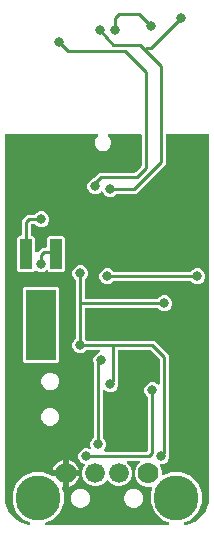
<source format=gbr>
G04 EAGLE Gerber RS-274X export*
G75*
%MOMM*%
%FSLAX34Y34*%
%LPD*%
%INBottom Copper*%
%IPPOS*%
%AMOC8*
5,1,8,0,0,1.08239X$1,22.5*%
G01*
%ADD10C,3.810000*%
%ADD11C,1.778000*%
%ADD12C,1.676400*%
%ADD13R,2.500000X6.000000*%
%ADD14R,1.000000X2.500000*%
%ADD15C,0.806400*%
%ADD16C,0.254000*%
%ADD17C,0.800100*%

G36*
X140339Y2549D02*
X140339Y2549D01*
X140409Y2548D01*
X140496Y2569D01*
X140585Y2581D01*
X140650Y2606D01*
X140718Y2623D01*
X140798Y2665D01*
X140881Y2698D01*
X140937Y2739D01*
X140999Y2771D01*
X141066Y2832D01*
X141138Y2884D01*
X141183Y2938D01*
X141235Y2985D01*
X141284Y3060D01*
X141341Y3129D01*
X141371Y3193D01*
X141409Y3251D01*
X141438Y3336D01*
X141477Y3417D01*
X141490Y3486D01*
X141512Y3552D01*
X141520Y3641D01*
X141536Y3729D01*
X141532Y3799D01*
X141538Y3869D01*
X141522Y3957D01*
X141517Y4047D01*
X141495Y4113D01*
X141483Y4182D01*
X141446Y4264D01*
X141419Y4349D01*
X141381Y4408D01*
X141353Y4472D01*
X141297Y4542D01*
X141249Y4618D01*
X141198Y4666D01*
X141154Y4720D01*
X141082Y4775D01*
X141017Y4836D01*
X140956Y4870D01*
X140900Y4912D01*
X140756Y4983D01*
X135170Y7296D01*
X129096Y13370D01*
X125809Y21305D01*
X125809Y29895D01*
X127184Y33214D01*
X127197Y33262D01*
X127219Y33307D01*
X127239Y33415D01*
X127268Y33521D01*
X127269Y33571D01*
X127278Y33620D01*
X127272Y33729D01*
X127273Y33839D01*
X127262Y33887D01*
X127259Y33937D01*
X127225Y34041D01*
X127199Y34148D01*
X127176Y34192D01*
X127161Y34239D01*
X127102Y34332D01*
X127050Y34429D01*
X127017Y34466D01*
X126990Y34508D01*
X126910Y34583D01*
X126836Y34665D01*
X126795Y34692D01*
X126759Y34726D01*
X126663Y34779D01*
X126571Y34839D01*
X126524Y34856D01*
X126480Y34880D01*
X126374Y34907D01*
X126270Y34943D01*
X126220Y34947D01*
X126172Y34959D01*
X126012Y34969D01*
X121626Y34969D01*
X117425Y36709D01*
X114209Y39925D01*
X112469Y44126D01*
X112469Y48674D01*
X114209Y52875D01*
X116317Y54983D01*
X116402Y55092D01*
X116491Y55199D01*
X116500Y55218D01*
X116512Y55234D01*
X116567Y55361D01*
X116626Y55487D01*
X116630Y55507D01*
X116638Y55526D01*
X116660Y55664D01*
X116686Y55800D01*
X116685Y55820D01*
X116688Y55840D01*
X116675Y55979D01*
X116666Y56117D01*
X116660Y56136D01*
X116658Y56156D01*
X116611Y56288D01*
X116568Y56419D01*
X116558Y56437D01*
X116551Y56456D01*
X116473Y56571D01*
X116398Y56688D01*
X116384Y56702D01*
X116372Y56719D01*
X116268Y56811D01*
X116167Y56906D01*
X116149Y56916D01*
X116134Y56929D01*
X116010Y56993D01*
X115888Y57060D01*
X115869Y57065D01*
X115851Y57074D01*
X115715Y57104D01*
X115580Y57139D01*
X115552Y57141D01*
X115540Y57144D01*
X115520Y57143D01*
X115420Y57149D01*
X106662Y57149D01*
X106525Y57132D01*
X106386Y57119D01*
X106367Y57112D01*
X106346Y57109D01*
X106218Y57058D01*
X106086Y57011D01*
X106070Y57000D01*
X106051Y56992D01*
X105938Y56911D01*
X105823Y56833D01*
X105810Y56817D01*
X105793Y56806D01*
X105705Y56698D01*
X105613Y56594D01*
X105604Y56576D01*
X105591Y56561D01*
X105531Y56435D01*
X105468Y56311D01*
X105464Y56291D01*
X105455Y56273D01*
X105429Y56137D01*
X105399Y56001D01*
X105399Y55980D01*
X105395Y55961D01*
X105404Y55822D01*
X105408Y55683D01*
X105414Y55663D01*
X105415Y55643D01*
X105458Y55511D01*
X105497Y55377D01*
X105507Y55360D01*
X105513Y55341D01*
X105588Y55223D01*
X105658Y55103D01*
X105677Y55082D01*
X105683Y55072D01*
X105698Y55058D01*
X105765Y54983D01*
X108160Y52587D01*
X109823Y48573D01*
X109823Y44227D01*
X108160Y40213D01*
X105087Y37140D01*
X101073Y35477D01*
X96727Y35477D01*
X92713Y37140D01*
X89798Y40055D01*
X89703Y40129D01*
X89614Y40207D01*
X89578Y40226D01*
X89546Y40250D01*
X89437Y40298D01*
X89331Y40352D01*
X89292Y40361D01*
X89254Y40377D01*
X89137Y40395D01*
X89021Y40421D01*
X88980Y40420D01*
X88940Y40427D01*
X88822Y40415D01*
X88703Y40412D01*
X88664Y40401D01*
X88624Y40397D01*
X88511Y40356D01*
X88397Y40323D01*
X88363Y40303D01*
X88324Y40289D01*
X88226Y40222D01*
X88123Y40162D01*
X88078Y40122D01*
X88061Y40111D01*
X88048Y40095D01*
X88003Y40055D01*
X85087Y37140D01*
X81073Y35477D01*
X76727Y35477D01*
X72713Y37140D01*
X69640Y40213D01*
X67977Y44227D01*
X67977Y48573D01*
X69645Y52599D01*
X69651Y52607D01*
X69688Y52640D01*
X69748Y52732D01*
X69815Y52819D01*
X69835Y52864D01*
X69862Y52906D01*
X69898Y53010D01*
X69942Y53110D01*
X69949Y53160D01*
X69965Y53207D01*
X69974Y53316D01*
X69991Y53425D01*
X69987Y53474D01*
X69991Y53524D01*
X69972Y53632D01*
X69962Y53741D01*
X69945Y53788D01*
X69936Y53837D01*
X69891Y53937D01*
X69854Y54040D01*
X69826Y54082D01*
X69806Y54127D01*
X69737Y54213D01*
X69675Y54304D01*
X69638Y54336D01*
X69607Y54375D01*
X69519Y54441D01*
X69437Y54514D01*
X69393Y54537D01*
X69353Y54567D01*
X69209Y54637D01*
X67397Y55388D01*
X65548Y57237D01*
X64547Y59653D01*
X64547Y62267D01*
X65548Y64683D01*
X67397Y66532D01*
X69813Y67533D01*
X72427Y67533D01*
X73488Y67093D01*
X73622Y67057D01*
X73755Y67016D01*
X73776Y67015D01*
X73795Y67009D01*
X73935Y67007D01*
X74073Y67001D01*
X74093Y67005D01*
X74113Y67004D01*
X74249Y67037D01*
X74384Y67065D01*
X74403Y67074D01*
X74422Y67078D01*
X74545Y67143D01*
X74670Y67205D01*
X74686Y67218D01*
X74703Y67227D01*
X74806Y67321D01*
X74912Y67411D01*
X74924Y67427D01*
X74939Y67441D01*
X75015Y67557D01*
X75095Y67671D01*
X75102Y67690D01*
X75114Y67707D01*
X75159Y67838D01*
X75208Y67968D01*
X75210Y67988D01*
X75217Y68008D01*
X75228Y68146D01*
X75243Y68284D01*
X75240Y68304D01*
X75242Y68325D01*
X75218Y68462D01*
X75199Y68599D01*
X75190Y68626D01*
X75188Y68638D01*
X75179Y68657D01*
X75147Y68752D01*
X74707Y69813D01*
X74707Y72427D01*
X75708Y74843D01*
X77098Y76233D01*
X77158Y76311D01*
X77226Y76383D01*
X77255Y76436D01*
X77292Y76484D01*
X77332Y76575D01*
X77380Y76662D01*
X77395Y76720D01*
X77419Y76776D01*
X77434Y76874D01*
X77459Y76970D01*
X77465Y77070D01*
X77469Y77090D01*
X77467Y77102D01*
X77469Y77130D01*
X77469Y140144D01*
X77468Y140153D01*
X77469Y140163D01*
X77448Y140311D01*
X77429Y140460D01*
X77426Y140468D01*
X77425Y140478D01*
X77373Y140630D01*
X77247Y140933D01*
X77247Y143547D01*
X78248Y145963D01*
X80097Y147812D01*
X82210Y148687D01*
X82271Y148722D01*
X82336Y148748D01*
X82408Y148800D01*
X82486Y148845D01*
X82536Y148893D01*
X82593Y148934D01*
X82650Y149004D01*
X82715Y149066D01*
X82751Y149126D01*
X82796Y149179D01*
X82834Y149261D01*
X82881Y149337D01*
X82901Y149404D01*
X82931Y149467D01*
X82948Y149555D01*
X82975Y149641D01*
X82978Y149711D01*
X82991Y149780D01*
X82985Y149869D01*
X82990Y149959D01*
X82976Y150027D01*
X82971Y150097D01*
X82944Y150182D01*
X82925Y150270D01*
X82895Y150333D01*
X82873Y150399D01*
X82825Y150475D01*
X82786Y150556D01*
X82740Y150609D01*
X82703Y150668D01*
X82638Y150730D01*
X82579Y150798D01*
X82522Y150838D01*
X82471Y150886D01*
X82393Y150929D01*
X82319Y150981D01*
X82254Y151006D01*
X82193Y151040D01*
X82106Y151062D01*
X82022Y151094D01*
X81952Y151102D01*
X81885Y151119D01*
X81724Y151129D01*
X72050Y151129D01*
X71952Y151117D01*
X71853Y151114D01*
X71795Y151097D01*
X71735Y151089D01*
X71643Y151053D01*
X71548Y151025D01*
X71495Y150995D01*
X71439Y150972D01*
X71359Y150914D01*
X71274Y150864D01*
X71198Y150798D01*
X71182Y150786D01*
X71174Y150776D01*
X71153Y150758D01*
X69763Y149368D01*
X67347Y148367D01*
X64733Y148367D01*
X62317Y149368D01*
X60468Y151217D01*
X59467Y153633D01*
X59467Y156247D01*
X60468Y158663D01*
X61858Y160053D01*
X61918Y160131D01*
X61986Y160203D01*
X62015Y160256D01*
X62052Y160304D01*
X62092Y160395D01*
X62140Y160482D01*
X62155Y160540D01*
X62179Y160596D01*
X62194Y160694D01*
X62219Y160790D01*
X62225Y160890D01*
X62229Y160910D01*
X62227Y160922D01*
X62229Y160950D01*
X62229Y209890D01*
X62217Y209988D01*
X62214Y210087D01*
X62197Y210145D01*
X62189Y210205D01*
X62153Y210297D01*
X62125Y210392D01*
X62095Y210445D01*
X62072Y210501D01*
X62014Y210581D01*
X61964Y210666D01*
X61898Y210742D01*
X61886Y210758D01*
X61876Y210766D01*
X61858Y210787D01*
X60468Y212177D01*
X59467Y214593D01*
X59467Y217207D01*
X60468Y219623D01*
X62317Y221472D01*
X64733Y222473D01*
X67347Y222473D01*
X69763Y221472D01*
X71612Y219623D01*
X72613Y217207D01*
X72613Y214593D01*
X71612Y212177D01*
X70222Y210787D01*
X70162Y210709D01*
X70094Y210637D01*
X70065Y210584D01*
X70028Y210536D01*
X69988Y210445D01*
X69940Y210358D01*
X69925Y210300D01*
X69901Y210244D01*
X69886Y210146D01*
X69861Y210050D01*
X69855Y209950D01*
X69851Y209930D01*
X69853Y209918D01*
X69851Y209890D01*
X69851Y195580D01*
X69866Y195462D01*
X69873Y195343D01*
X69886Y195305D01*
X69891Y195264D01*
X69934Y195154D01*
X69971Y195041D01*
X69993Y195006D01*
X70008Y194969D01*
X70077Y194873D01*
X70141Y194772D01*
X70171Y194744D01*
X70194Y194711D01*
X70286Y194635D01*
X70373Y194554D01*
X70408Y194534D01*
X70439Y194509D01*
X70547Y194458D01*
X70651Y194400D01*
X70691Y194390D01*
X70727Y194373D01*
X70844Y194351D01*
X70959Y194321D01*
X71019Y194317D01*
X71039Y194313D01*
X71060Y194315D01*
X71120Y194311D01*
X131150Y194311D01*
X131248Y194323D01*
X131347Y194326D01*
X131405Y194343D01*
X131465Y194351D01*
X131557Y194387D01*
X131653Y194415D01*
X131705Y194445D01*
X131761Y194468D01*
X131841Y194526D01*
X131926Y194576D01*
X132002Y194642D01*
X132018Y194654D01*
X132026Y194664D01*
X132047Y194682D01*
X133437Y196072D01*
X135853Y197073D01*
X138467Y197073D01*
X140883Y196072D01*
X142732Y194223D01*
X143733Y191807D01*
X143733Y189193D01*
X142732Y186777D01*
X140883Y184928D01*
X138467Y183927D01*
X135853Y183927D01*
X133437Y184928D01*
X132047Y186318D01*
X131969Y186378D01*
X131897Y186446D01*
X131844Y186475D01*
X131796Y186512D01*
X131705Y186552D01*
X131618Y186600D01*
X131560Y186615D01*
X131504Y186639D01*
X131406Y186654D01*
X131310Y186679D01*
X131210Y186685D01*
X131190Y186689D01*
X131178Y186687D01*
X131150Y186689D01*
X71120Y186689D01*
X71002Y186674D01*
X70883Y186667D01*
X70845Y186654D01*
X70804Y186649D01*
X70694Y186606D01*
X70581Y186569D01*
X70546Y186547D01*
X70509Y186532D01*
X70413Y186463D01*
X70312Y186399D01*
X70284Y186369D01*
X70251Y186346D01*
X70175Y186254D01*
X70094Y186167D01*
X70074Y186132D01*
X70049Y186101D01*
X69998Y185993D01*
X69940Y185889D01*
X69930Y185849D01*
X69913Y185813D01*
X69891Y185696D01*
X69861Y185581D01*
X69857Y185521D01*
X69853Y185501D01*
X69855Y185480D01*
X69851Y185420D01*
X69851Y160950D01*
X69863Y160852D01*
X69866Y160753D01*
X69883Y160695D01*
X69891Y160635D01*
X69927Y160543D01*
X69955Y160447D01*
X69985Y160395D01*
X70008Y160339D01*
X70066Y160259D01*
X70116Y160174D01*
X70182Y160098D01*
X70194Y160082D01*
X70204Y160074D01*
X70223Y160053D01*
X71153Y159122D01*
X71231Y159062D01*
X71303Y158994D01*
X71356Y158965D01*
X71404Y158928D01*
X71495Y158888D01*
X71582Y158840D01*
X71640Y158825D01*
X71696Y158801D01*
X71794Y158786D01*
X71890Y158761D01*
X71990Y158755D01*
X72010Y158751D01*
X72022Y158753D01*
X72050Y158751D01*
X128578Y158751D01*
X140971Y146358D01*
X140971Y63056D01*
X140972Y63047D01*
X140971Y63037D01*
X140992Y62889D01*
X141011Y62740D01*
X141014Y62732D01*
X141015Y62722D01*
X141067Y62570D01*
X141193Y62267D01*
X141193Y59653D01*
X140192Y57237D01*
X138343Y55388D01*
X135927Y54387D01*
X134864Y54387D01*
X134814Y54381D01*
X134765Y54383D01*
X134657Y54361D01*
X134548Y54347D01*
X134502Y54329D01*
X134453Y54319D01*
X134355Y54271D01*
X134252Y54230D01*
X134212Y54201D01*
X134168Y54179D01*
X134084Y54108D01*
X133995Y54044D01*
X133963Y54005D01*
X133926Y53973D01*
X133862Y53883D01*
X133792Y53799D01*
X133771Y53754D01*
X133742Y53713D01*
X133704Y53610D01*
X133657Y53511D01*
X133647Y53462D01*
X133630Y53416D01*
X133618Y53306D01*
X133597Y53199D01*
X133600Y53149D01*
X133595Y53100D01*
X133610Y52991D01*
X133617Y52881D01*
X133632Y52834D01*
X133639Y52785D01*
X133691Y52632D01*
X135331Y48674D01*
X135331Y45870D01*
X135337Y45821D01*
X135335Y45771D01*
X135357Y45664D01*
X135371Y45554D01*
X135389Y45508D01*
X135399Y45460D01*
X135447Y45361D01*
X135488Y45259D01*
X135517Y45219D01*
X135539Y45174D01*
X135610Y45090D01*
X135674Y45001D01*
X135713Y44970D01*
X135745Y44932D01*
X135835Y44869D01*
X135919Y44799D01*
X135964Y44777D01*
X136005Y44749D01*
X136108Y44710D01*
X136207Y44663D01*
X136256Y44654D01*
X136302Y44636D01*
X136412Y44624D01*
X136519Y44603D01*
X136569Y44606D01*
X136618Y44601D01*
X136727Y44616D01*
X136837Y44623D01*
X136884Y44638D01*
X136933Y44645D01*
X137086Y44697D01*
X143105Y47191D01*
X151695Y47191D01*
X159630Y43904D01*
X165704Y37830D01*
X168991Y29895D01*
X168991Y21305D01*
X165704Y13370D01*
X159630Y7296D01*
X154544Y5190D01*
X154441Y5130D01*
X154333Y5078D01*
X154303Y5052D01*
X154268Y5032D01*
X154182Y4949D01*
X154091Y4871D01*
X154068Y4839D01*
X154040Y4811D01*
X153977Y4709D01*
X153908Y4611D01*
X153894Y4574D01*
X153873Y4540D01*
X153838Y4426D01*
X153796Y4314D01*
X153791Y4274D01*
X153780Y4236D01*
X153774Y4117D01*
X153761Y3998D01*
X153766Y3958D01*
X153765Y3918D01*
X153789Y3801D01*
X153805Y3683D01*
X153821Y3646D01*
X153829Y3607D01*
X153881Y3499D01*
X153927Y3389D01*
X153951Y3357D01*
X153969Y3321D01*
X154046Y3230D01*
X154118Y3135D01*
X154149Y3109D01*
X154175Y3079D01*
X154273Y3010D01*
X154366Y2935D01*
X154402Y2919D01*
X154435Y2896D01*
X154547Y2853D01*
X154655Y2804D01*
X154695Y2797D01*
X154732Y2783D01*
X154851Y2770D01*
X154969Y2749D01*
X155028Y2750D01*
X155048Y2748D01*
X155069Y2751D01*
X155129Y2752D01*
X155877Y2810D01*
X155945Y2824D01*
X156014Y2829D01*
X156170Y2869D01*
X162594Y4956D01*
X162701Y5006D01*
X162812Y5050D01*
X162863Y5083D01*
X162882Y5091D01*
X162897Y5104D01*
X162948Y5136D01*
X168412Y9107D01*
X168499Y9188D01*
X168546Y9227D01*
X168552Y9231D01*
X168553Y9232D01*
X168591Y9264D01*
X168629Y9310D01*
X168644Y9324D01*
X168655Y9342D01*
X168693Y9388D01*
X172664Y14852D01*
X172721Y14956D01*
X172785Y15056D01*
X172807Y15113D01*
X172817Y15131D01*
X172822Y15151D01*
X172844Y15206D01*
X174931Y21630D01*
X174944Y21698D01*
X174967Y21764D01*
X174990Y21923D01*
X175255Y25300D01*
X175255Y25304D01*
X175256Y25307D01*
X175255Y25326D01*
X175259Y25400D01*
X175259Y332740D01*
X175244Y332858D01*
X175237Y332977D01*
X175224Y333015D01*
X175219Y333056D01*
X175176Y333166D01*
X175139Y333279D01*
X175117Y333314D01*
X175102Y333351D01*
X175033Y333447D01*
X174969Y333548D01*
X174939Y333576D01*
X174916Y333609D01*
X174824Y333685D01*
X174737Y333766D01*
X174702Y333786D01*
X174671Y333811D01*
X174563Y333862D01*
X174459Y333920D01*
X174419Y333930D01*
X174383Y333947D01*
X174266Y333969D01*
X174151Y333999D01*
X174091Y334003D01*
X174071Y334007D01*
X174050Y334005D01*
X173990Y334009D01*
X139700Y334009D01*
X139582Y333994D01*
X139463Y333987D01*
X139425Y333974D01*
X139384Y333969D01*
X139274Y333926D01*
X139161Y333889D01*
X139126Y333867D01*
X139089Y333852D01*
X138993Y333783D01*
X138892Y333719D01*
X138864Y333689D01*
X138831Y333666D01*
X138755Y333574D01*
X138674Y333487D01*
X138654Y333452D01*
X138629Y333421D01*
X138578Y333313D01*
X138520Y333209D01*
X138510Y333169D01*
X138493Y333133D01*
X138471Y333016D01*
X138441Y332901D01*
X138437Y332841D01*
X138433Y332821D01*
X138435Y332800D01*
X138431Y332740D01*
X138431Y308302D01*
X113338Y283209D01*
X97450Y283209D01*
X97352Y283197D01*
X97253Y283194D01*
X97195Y283177D01*
X97135Y283169D01*
X97043Y283133D01*
X96948Y283105D01*
X96895Y283075D01*
X96839Y283052D01*
X96759Y282994D01*
X96674Y282944D01*
X96598Y282878D01*
X96582Y282866D01*
X96574Y282856D01*
X96553Y282838D01*
X95163Y281448D01*
X92747Y280447D01*
X90133Y280447D01*
X87717Y281448D01*
X85868Y283297D01*
X85395Y284438D01*
X85371Y284481D01*
X85354Y284528D01*
X85292Y284619D01*
X85238Y284714D01*
X85203Y284750D01*
X85175Y284791D01*
X85093Y284864D01*
X85016Y284943D01*
X84974Y284969D01*
X84937Y285002D01*
X84839Y285052D01*
X84745Y285109D01*
X84698Y285124D01*
X84654Y285146D01*
X84546Y285170D01*
X84441Y285203D01*
X84392Y285205D01*
X84343Y285216D01*
X84233Y285213D01*
X84124Y285218D01*
X84075Y285208D01*
X84025Y285206D01*
X83920Y285176D01*
X83812Y285153D01*
X83768Y285132D01*
X83720Y285118D01*
X83625Y285062D01*
X83527Y285014D01*
X83489Y284982D01*
X83446Y284956D01*
X83325Y284850D01*
X82463Y283988D01*
X80047Y282987D01*
X77433Y282987D01*
X75017Y283988D01*
X73168Y285837D01*
X72167Y288253D01*
X72167Y290867D01*
X73168Y293283D01*
X75017Y295132D01*
X77116Y296001D01*
X77124Y296006D01*
X77133Y296009D01*
X77261Y296084D01*
X77392Y296159D01*
X77399Y296165D01*
X77407Y296170D01*
X77527Y296277D01*
X79638Y298387D01*
X82242Y300991D01*
X112196Y300991D01*
X112294Y301003D01*
X112393Y301006D01*
X112451Y301023D01*
X112511Y301031D01*
X112603Y301067D01*
X112699Y301095D01*
X112751Y301125D01*
X112807Y301148D01*
X112887Y301206D01*
X112972Y301256D01*
X113048Y301322D01*
X113064Y301334D01*
X113072Y301344D01*
X113093Y301362D01*
X117738Y306007D01*
X117798Y306085D01*
X117866Y306157D01*
X117895Y306210D01*
X117932Y306258D01*
X117972Y306349D01*
X118020Y306436D01*
X118035Y306494D01*
X118059Y306550D01*
X118074Y306648D01*
X118099Y306744D01*
X118105Y306844D01*
X118109Y306864D01*
X118107Y306876D01*
X118109Y306904D01*
X118109Y332740D01*
X118094Y332858D01*
X118087Y332977D01*
X118074Y333015D01*
X118069Y333056D01*
X118026Y333166D01*
X117989Y333279D01*
X117967Y333314D01*
X117952Y333351D01*
X117883Y333447D01*
X117819Y333548D01*
X117789Y333576D01*
X117766Y333609D01*
X117674Y333685D01*
X117587Y333766D01*
X117552Y333786D01*
X117521Y333811D01*
X117413Y333862D01*
X117309Y333920D01*
X117269Y333930D01*
X117233Y333947D01*
X117116Y333969D01*
X117001Y333999D01*
X116941Y334003D01*
X116921Y334007D01*
X116900Y334005D01*
X116840Y334009D01*
X90952Y334009D01*
X90814Y333992D01*
X90676Y333979D01*
X90657Y333972D01*
X90637Y333969D01*
X90507Y333918D01*
X90376Y333871D01*
X90360Y333860D01*
X90341Y333852D01*
X90228Y333771D01*
X90113Y333693D01*
X90100Y333677D01*
X90084Y333666D01*
X89995Y333558D01*
X89903Y333454D01*
X89894Y333436D01*
X89881Y333421D01*
X89821Y333295D01*
X89758Y333171D01*
X89754Y333151D01*
X89745Y333133D01*
X89719Y332996D01*
X89689Y332861D01*
X89689Y332840D01*
X89685Y332820D01*
X89694Y332682D01*
X89698Y332543D01*
X89704Y332523D01*
X89705Y332503D01*
X89748Y332371D01*
X89787Y332237D01*
X89797Y332220D01*
X89803Y332201D01*
X89878Y332083D01*
X89948Y331963D01*
X89967Y331942D01*
X89973Y331932D01*
X89988Y331918D01*
X90055Y331842D01*
X91469Y330428D01*
X92541Y327841D01*
X92541Y325039D01*
X91469Y322452D01*
X89488Y320471D01*
X86901Y319399D01*
X84099Y319399D01*
X81512Y320471D01*
X79531Y322452D01*
X78459Y325039D01*
X78459Y327841D01*
X79531Y330428D01*
X80945Y331842D01*
X81031Y331952D01*
X81119Y332059D01*
X81128Y332078D01*
X81140Y332094D01*
X81196Y332222D01*
X81255Y332347D01*
X81259Y332367D01*
X81267Y332386D01*
X81289Y332524D01*
X81315Y332659D01*
X81313Y332680D01*
X81317Y332700D01*
X81303Y332839D01*
X81295Y332977D01*
X81289Y332996D01*
X81287Y333016D01*
X81240Y333148D01*
X81197Y333279D01*
X81186Y333297D01*
X81179Y333316D01*
X81101Y333431D01*
X81027Y333548D01*
X81012Y333562D01*
X81001Y333579D01*
X80896Y333671D01*
X80795Y333766D01*
X80777Y333776D01*
X80762Y333789D01*
X80638Y333853D01*
X80517Y333920D01*
X80497Y333925D01*
X80479Y333934D01*
X80343Y333964D01*
X80209Y333999D01*
X80181Y334001D01*
X80169Y334003D01*
X80148Y334003D01*
X80048Y334009D01*
X3810Y334009D01*
X3692Y333994D01*
X3573Y333987D01*
X3535Y333974D01*
X3494Y333969D01*
X3384Y333926D01*
X3271Y333889D01*
X3236Y333867D01*
X3199Y333852D01*
X3103Y333782D01*
X3002Y333719D01*
X2974Y333689D01*
X2941Y333666D01*
X2865Y333574D01*
X2784Y333487D01*
X2764Y333452D01*
X2739Y333421D01*
X2688Y333313D01*
X2630Y333209D01*
X2620Y333169D01*
X2603Y333133D01*
X2581Y333016D01*
X2551Y332901D01*
X2547Y332840D01*
X2543Y332820D01*
X2545Y332800D01*
X2541Y332740D01*
X2541Y25400D01*
X2543Y25378D01*
X2545Y25300D01*
X2810Y21923D01*
X2824Y21855D01*
X2829Y21786D01*
X2869Y21630D01*
X4956Y15206D01*
X5006Y15099D01*
X5050Y14988D01*
X5083Y14937D01*
X5091Y14918D01*
X5104Y14903D01*
X5136Y14852D01*
X9107Y9388D01*
X9127Y9366D01*
X9138Y9348D01*
X9184Y9305D01*
X9188Y9301D01*
X9264Y9209D01*
X9310Y9171D01*
X9324Y9156D01*
X9342Y9145D01*
X9388Y9107D01*
X14852Y5136D01*
X14956Y5079D01*
X15056Y5015D01*
X15113Y4993D01*
X15131Y4983D01*
X15151Y4978D01*
X15206Y4956D01*
X21630Y2869D01*
X21698Y2856D01*
X21764Y2833D01*
X21923Y2810D01*
X22671Y2752D01*
X22790Y2757D01*
X22909Y2755D01*
X22948Y2765D01*
X22988Y2767D01*
X23102Y2802D01*
X23218Y2830D01*
X23254Y2848D01*
X23292Y2860D01*
X23394Y2922D01*
X23499Y2978D01*
X23529Y3005D01*
X23563Y3026D01*
X23646Y3112D01*
X23735Y3192D01*
X23757Y3226D01*
X23785Y3254D01*
X23844Y3358D01*
X23910Y3458D01*
X23923Y3496D01*
X23942Y3531D01*
X23974Y3646D01*
X24013Y3759D01*
X24016Y3799D01*
X24027Y3837D01*
X24029Y3956D01*
X24038Y4076D01*
X24031Y4115D01*
X24032Y4155D01*
X24004Y4271D01*
X23984Y4389D01*
X23967Y4426D01*
X23958Y4465D01*
X23902Y4570D01*
X23853Y4679D01*
X23828Y4710D01*
X23809Y4746D01*
X23729Y4834D01*
X23654Y4927D01*
X23622Y4952D01*
X23595Y4981D01*
X23496Y5047D01*
X23400Y5119D01*
X23347Y5145D01*
X23330Y5156D01*
X23311Y5163D01*
X23256Y5190D01*
X18170Y7296D01*
X12096Y13370D01*
X8809Y21305D01*
X8809Y29895D01*
X12096Y37830D01*
X18170Y43904D01*
X26105Y47191D01*
X34695Y47191D01*
X42404Y43997D01*
X42413Y43995D01*
X42421Y43990D01*
X42567Y43953D01*
X42711Y43913D01*
X42720Y43913D01*
X42729Y43911D01*
X42890Y43901D01*
X51401Y43901D01*
X51401Y35110D01*
X51300Y35090D01*
X51291Y35085D01*
X51281Y35083D01*
X51148Y35016D01*
X51014Y34950D01*
X51006Y34943D01*
X50997Y34939D01*
X50885Y34840D01*
X50772Y34744D01*
X50766Y34735D01*
X50759Y34728D01*
X50675Y34606D01*
X50589Y34484D01*
X50585Y34474D01*
X50580Y34465D01*
X50529Y34326D01*
X50476Y34186D01*
X50475Y34176D01*
X50472Y34166D01*
X50458Y34018D01*
X50441Y33870D01*
X50443Y33860D01*
X50442Y33850D01*
X50465Y33703D01*
X50486Y33555D01*
X50490Y33542D01*
X50491Y33536D01*
X50497Y33522D01*
X50538Y33403D01*
X51991Y29895D01*
X51991Y21305D01*
X48704Y13370D01*
X42630Y7296D01*
X37044Y4983D01*
X36984Y4948D01*
X36919Y4922D01*
X36846Y4870D01*
X36768Y4825D01*
X36718Y4777D01*
X36662Y4736D01*
X36604Y4666D01*
X36540Y4604D01*
X36503Y4544D01*
X36459Y4491D01*
X36421Y4409D01*
X36374Y4333D01*
X36353Y4266D01*
X36323Y4203D01*
X36306Y4115D01*
X36280Y4029D01*
X36277Y3959D01*
X36264Y3890D01*
X36269Y3801D01*
X36265Y3711D01*
X36279Y3643D01*
X36283Y3573D01*
X36311Y3488D01*
X36329Y3400D01*
X36360Y3337D01*
X36381Y3271D01*
X36429Y3195D01*
X36469Y3114D01*
X36514Y3061D01*
X36551Y3002D01*
X36617Y2940D01*
X36675Y2872D01*
X36732Y2832D01*
X36783Y2784D01*
X36862Y2741D01*
X36935Y2689D01*
X37001Y2664D01*
X37062Y2630D01*
X37148Y2608D01*
X37233Y2576D01*
X37302Y2568D01*
X37370Y2551D01*
X37530Y2541D01*
X140270Y2541D01*
X140339Y2549D01*
G37*
G36*
X122038Y64786D02*
X122038Y64786D01*
X122157Y64793D01*
X122195Y64806D01*
X122236Y64811D01*
X122346Y64854D01*
X122459Y64891D01*
X122494Y64913D01*
X122531Y64928D01*
X122627Y64997D01*
X122728Y65061D01*
X122756Y65091D01*
X122789Y65114D01*
X122865Y65206D01*
X122946Y65293D01*
X122966Y65328D01*
X122991Y65359D01*
X123042Y65467D01*
X123100Y65571D01*
X123110Y65611D01*
X123127Y65647D01*
X123149Y65764D01*
X123179Y65879D01*
X123183Y65939D01*
X123187Y65959D01*
X123185Y65980D01*
X123189Y66040D01*
X123189Y110830D01*
X123177Y110928D01*
X123174Y111027D01*
X123157Y111085D01*
X123149Y111145D01*
X123113Y111237D01*
X123085Y111332D01*
X123055Y111385D01*
X123032Y111441D01*
X122974Y111521D01*
X122924Y111606D01*
X122858Y111682D01*
X122846Y111698D01*
X122836Y111706D01*
X122818Y111727D01*
X121428Y113117D01*
X120427Y115533D01*
X120427Y118147D01*
X121428Y120563D01*
X123277Y122412D01*
X125693Y123413D01*
X128307Y123413D01*
X130723Y122412D01*
X131182Y121953D01*
X131292Y121868D01*
X131399Y121779D01*
X131418Y121770D01*
X131434Y121758D01*
X131562Y121702D01*
X131687Y121643D01*
X131707Y121640D01*
X131726Y121631D01*
X131864Y121609D01*
X132000Y121584D01*
X132020Y121585D01*
X132040Y121582D01*
X132179Y121595D01*
X132317Y121603D01*
X132336Y121609D01*
X132356Y121611D01*
X132487Y121658D01*
X132619Y121701D01*
X132637Y121712D01*
X132656Y121719D01*
X132770Y121797D01*
X132888Y121871D01*
X132902Y121886D01*
X132919Y121898D01*
X133011Y122002D01*
X133106Y122103D01*
X133116Y122121D01*
X133129Y122136D01*
X133192Y122260D01*
X133260Y122382D01*
X133265Y122401D01*
X133274Y122419D01*
X133304Y122555D01*
X133339Y122690D01*
X133341Y122718D01*
X133344Y122730D01*
X133343Y122750D01*
X133349Y122850D01*
X133349Y142676D01*
X133337Y142774D01*
X133334Y142873D01*
X133317Y142931D01*
X133309Y142991D01*
X133273Y143083D01*
X133245Y143179D01*
X133215Y143231D01*
X133192Y143287D01*
X133134Y143367D01*
X133084Y143452D01*
X133018Y143528D01*
X133006Y143544D01*
X132996Y143552D01*
X132978Y143573D01*
X125793Y150758D01*
X125715Y150818D01*
X125643Y150886D01*
X125590Y150915D01*
X125542Y150952D01*
X125451Y150992D01*
X125364Y151040D01*
X125306Y151055D01*
X125250Y151079D01*
X125152Y151094D01*
X125056Y151119D01*
X124956Y151125D01*
X124936Y151129D01*
X124924Y151127D01*
X124896Y151129D01*
X99060Y151129D01*
X98942Y151114D01*
X98823Y151107D01*
X98785Y151094D01*
X98744Y151089D01*
X98634Y151046D01*
X98521Y151009D01*
X98486Y150987D01*
X98449Y150972D01*
X98353Y150903D01*
X98252Y150839D01*
X98224Y150809D01*
X98191Y150786D01*
X98115Y150694D01*
X98034Y150607D01*
X98014Y150572D01*
X97989Y150541D01*
X97938Y150433D01*
X97880Y150329D01*
X97870Y150289D01*
X97853Y150253D01*
X97831Y150136D01*
X97801Y150021D01*
X97797Y149961D01*
X97793Y149941D01*
X97795Y149920D01*
X97791Y149860D01*
X97791Y124016D01*
X97792Y124007D01*
X97791Y123997D01*
X97812Y123849D01*
X97831Y123700D01*
X97834Y123692D01*
X97835Y123682D01*
X97887Y123530D01*
X98013Y123227D01*
X98013Y120613D01*
X97012Y118197D01*
X95163Y116348D01*
X92747Y115347D01*
X90133Y115347D01*
X87717Y116348D01*
X87258Y116807D01*
X87148Y116892D01*
X87041Y116981D01*
X87022Y116990D01*
X87006Y117002D01*
X86878Y117058D01*
X86753Y117117D01*
X86733Y117120D01*
X86714Y117129D01*
X86576Y117151D01*
X86440Y117176D01*
X86420Y117175D01*
X86400Y117178D01*
X86261Y117165D01*
X86123Y117157D01*
X86104Y117151D01*
X86084Y117149D01*
X85953Y117102D01*
X85821Y117059D01*
X85803Y117048D01*
X85784Y117041D01*
X85670Y116963D01*
X85552Y116889D01*
X85538Y116874D01*
X85521Y116862D01*
X85429Y116758D01*
X85334Y116657D01*
X85324Y116639D01*
X85311Y116624D01*
X85248Y116500D01*
X85180Y116378D01*
X85175Y116359D01*
X85166Y116341D01*
X85136Y116205D01*
X85101Y116070D01*
X85099Y116042D01*
X85096Y116030D01*
X85097Y116010D01*
X85091Y115910D01*
X85091Y77130D01*
X85103Y77032D01*
X85106Y76933D01*
X85123Y76875D01*
X85131Y76815D01*
X85167Y76723D01*
X85195Y76628D01*
X85225Y76575D01*
X85248Y76519D01*
X85306Y76439D01*
X85356Y76354D01*
X85422Y76278D01*
X85434Y76262D01*
X85444Y76254D01*
X85462Y76233D01*
X86852Y74843D01*
X87853Y72427D01*
X87853Y69813D01*
X86852Y67397D01*
X86393Y66938D01*
X86308Y66828D01*
X86219Y66721D01*
X86210Y66702D01*
X86198Y66686D01*
X86142Y66558D01*
X86083Y66433D01*
X86080Y66413D01*
X86071Y66394D01*
X86049Y66256D01*
X86024Y66120D01*
X86025Y66100D01*
X86022Y66080D01*
X86035Y65941D01*
X86043Y65803D01*
X86049Y65784D01*
X86051Y65764D01*
X86098Y65633D01*
X86141Y65501D01*
X86152Y65483D01*
X86159Y65464D01*
X86237Y65350D01*
X86311Y65232D01*
X86326Y65218D01*
X86338Y65201D01*
X86442Y65109D01*
X86543Y65014D01*
X86561Y65004D01*
X86576Y64991D01*
X86700Y64928D01*
X86822Y64860D01*
X86841Y64855D01*
X86859Y64846D01*
X86995Y64816D01*
X87130Y64781D01*
X87158Y64779D01*
X87170Y64776D01*
X87190Y64777D01*
X87290Y64771D01*
X121920Y64771D01*
X122038Y64786D01*
G37*
%LPC*%
G36*
X19468Y139529D02*
X19468Y139529D01*
X17979Y141018D01*
X17979Y203122D01*
X19468Y204611D01*
X46572Y204611D01*
X48061Y203122D01*
X48061Y141018D01*
X46572Y139529D01*
X19468Y139529D01*
G37*
%LPD*%
%LPC*%
G36*
X31713Y216947D02*
X31713Y216947D01*
X29297Y217948D01*
X29191Y218053D01*
X29097Y218126D01*
X29008Y218205D01*
X28972Y218223D01*
X28940Y218248D01*
X28831Y218296D01*
X28725Y218350D01*
X28685Y218359D01*
X28648Y218375D01*
X28531Y218393D01*
X28415Y218419D01*
X28374Y218418D01*
X28334Y218424D01*
X28216Y218413D01*
X28097Y218410D01*
X28058Y218398D01*
X28018Y218395D01*
X27906Y218354D01*
X27791Y218321D01*
X27756Y218301D01*
X27718Y218287D01*
X27620Y218220D01*
X27517Y218160D01*
X27472Y218120D01*
X27455Y218108D01*
X27442Y218093D01*
X27396Y218053D01*
X26372Y217029D01*
X14268Y217029D01*
X12779Y218518D01*
X12779Y245622D01*
X14268Y247111D01*
X15240Y247111D01*
X15358Y247126D01*
X15477Y247133D01*
X15515Y247146D01*
X15556Y247151D01*
X15666Y247194D01*
X15779Y247231D01*
X15814Y247253D01*
X15851Y247268D01*
X15947Y247337D01*
X16048Y247401D01*
X16076Y247431D01*
X16109Y247454D01*
X16185Y247546D01*
X16266Y247633D01*
X16286Y247668D01*
X16311Y247699D01*
X16362Y247807D01*
X16420Y247911D01*
X16430Y247951D01*
X16447Y247987D01*
X16469Y248104D01*
X16499Y248219D01*
X16503Y248279D01*
X16507Y248299D01*
X16505Y248320D01*
X16509Y248380D01*
X16509Y260658D01*
X21282Y265431D01*
X27010Y265431D01*
X27108Y265443D01*
X27207Y265446D01*
X27265Y265463D01*
X27325Y265471D01*
X27417Y265507D01*
X27512Y265535D01*
X27565Y265565D01*
X27621Y265588D01*
X27701Y265646D01*
X27786Y265696D01*
X27862Y265762D01*
X27878Y265774D01*
X27886Y265784D01*
X27907Y265802D01*
X29297Y267192D01*
X31713Y268193D01*
X34327Y268193D01*
X36743Y267192D01*
X38592Y265343D01*
X39593Y262927D01*
X39593Y260313D01*
X38592Y257897D01*
X36743Y256048D01*
X34327Y255047D01*
X31713Y255047D01*
X29297Y256048D01*
X27907Y257438D01*
X27829Y257498D01*
X27757Y257566D01*
X27704Y257595D01*
X27656Y257632D01*
X27565Y257672D01*
X27478Y257720D01*
X27420Y257735D01*
X27364Y257759D01*
X27266Y257774D01*
X27170Y257799D01*
X27070Y257805D01*
X27050Y257809D01*
X27038Y257807D01*
X27010Y257809D01*
X25400Y257809D01*
X25282Y257794D01*
X25163Y257787D01*
X25125Y257774D01*
X25084Y257769D01*
X24974Y257726D01*
X24861Y257689D01*
X24826Y257667D01*
X24789Y257652D01*
X24693Y257583D01*
X24592Y257519D01*
X24564Y257489D01*
X24531Y257466D01*
X24455Y257374D01*
X24374Y257287D01*
X24354Y257252D01*
X24329Y257221D01*
X24278Y257113D01*
X24220Y257009D01*
X24210Y256969D01*
X24193Y256933D01*
X24171Y256816D01*
X24141Y256701D01*
X24137Y256641D01*
X24133Y256621D01*
X24135Y256600D01*
X24131Y256540D01*
X24131Y248380D01*
X24146Y248262D01*
X24153Y248143D01*
X24166Y248105D01*
X24171Y248064D01*
X24214Y247954D01*
X24251Y247841D01*
X24273Y247806D01*
X24288Y247769D01*
X24357Y247673D01*
X24421Y247572D01*
X24451Y247544D01*
X24474Y247511D01*
X24566Y247435D01*
X24653Y247354D01*
X24688Y247334D01*
X24719Y247309D01*
X24827Y247258D01*
X24931Y247200D01*
X24971Y247190D01*
X25007Y247173D01*
X25124Y247151D01*
X25239Y247121D01*
X25299Y247117D01*
X25319Y247113D01*
X25340Y247115D01*
X25400Y247111D01*
X26372Y247111D01*
X27861Y245622D01*
X27861Y234434D01*
X27878Y234296D01*
X27891Y234158D01*
X27898Y234139D01*
X27901Y234119D01*
X27952Y233990D01*
X27999Y233858D01*
X28010Y233842D01*
X28018Y233823D01*
X28099Y233711D01*
X28177Y233595D01*
X28193Y233582D01*
X28204Y233566D01*
X28312Y233477D01*
X28416Y233385D01*
X28434Y233376D01*
X28449Y233363D01*
X28575Y233304D01*
X28699Y233240D01*
X28719Y233236D01*
X28737Y233227D01*
X28874Y233201D01*
X29009Y233171D01*
X29030Y233171D01*
X29049Y233167D01*
X29188Y233176D01*
X29327Y233180D01*
X29347Y233186D01*
X29367Y233187D01*
X29499Y233230D01*
X29633Y233269D01*
X29650Y233279D01*
X29669Y233285D01*
X29787Y233360D01*
X29907Y233430D01*
X29928Y233449D01*
X29938Y233455D01*
X29952Y233470D01*
X30027Y233537D01*
X31378Y234887D01*
X33982Y237491D01*
X36910Y237491D01*
X37028Y237506D01*
X37147Y237513D01*
X37185Y237526D01*
X37226Y237531D01*
X37336Y237574D01*
X37449Y237611D01*
X37484Y237633D01*
X37521Y237648D01*
X37617Y237717D01*
X37718Y237781D01*
X37746Y237811D01*
X37779Y237834D01*
X37855Y237926D01*
X37936Y238013D01*
X37956Y238048D01*
X37981Y238079D01*
X38032Y238187D01*
X38090Y238291D01*
X38100Y238331D01*
X38117Y238367D01*
X38139Y238484D01*
X38169Y238599D01*
X38173Y238659D01*
X38177Y238679D01*
X38175Y238700D01*
X38179Y238760D01*
X38179Y245622D01*
X39668Y247111D01*
X51772Y247111D01*
X53261Y245622D01*
X53261Y218518D01*
X51772Y217029D01*
X39668Y217029D01*
X38644Y218053D01*
X38550Y218126D01*
X38460Y218205D01*
X38424Y218224D01*
X38392Y218248D01*
X38283Y218295D01*
X38177Y218350D01*
X38138Y218359D01*
X38100Y218375D01*
X37983Y218393D01*
X37867Y218419D01*
X37826Y218418D01*
X37786Y218424D01*
X37667Y218413D01*
X37549Y218410D01*
X37510Y218398D01*
X37470Y218395D01*
X37357Y218354D01*
X37243Y218321D01*
X37209Y218301D01*
X37170Y218287D01*
X37072Y218220D01*
X36969Y218160D01*
X36924Y218120D01*
X36907Y218108D01*
X36894Y218093D01*
X36849Y218053D01*
X36743Y217948D01*
X34327Y216947D01*
X31713Y216947D01*
G37*
%LPD*%
%LPC*%
G36*
X87593Y206787D02*
X87593Y206787D01*
X85177Y207788D01*
X83328Y209637D01*
X82327Y212053D01*
X82327Y214667D01*
X83328Y217083D01*
X85177Y218932D01*
X87593Y219933D01*
X90207Y219933D01*
X92623Y218932D01*
X94013Y217542D01*
X94091Y217482D01*
X94163Y217414D01*
X94216Y217385D01*
X94264Y217348D01*
X94355Y217308D01*
X94442Y217260D01*
X94500Y217245D01*
X94556Y217221D01*
X94654Y217206D01*
X94750Y217181D01*
X94850Y217175D01*
X94870Y217171D01*
X94882Y217173D01*
X94910Y217171D01*
X159090Y217171D01*
X159188Y217183D01*
X159287Y217186D01*
X159345Y217203D01*
X159405Y217211D01*
X159497Y217247D01*
X159592Y217275D01*
X159645Y217305D01*
X159701Y217328D01*
X159781Y217386D01*
X159866Y217436D01*
X159942Y217502D01*
X159958Y217514D01*
X159966Y217524D01*
X159987Y217542D01*
X161377Y218932D01*
X163793Y219933D01*
X166407Y219933D01*
X168823Y218932D01*
X170672Y217083D01*
X171673Y214667D01*
X171673Y212053D01*
X170672Y209637D01*
X168823Y207788D01*
X166407Y206787D01*
X163793Y206787D01*
X161377Y207788D01*
X159987Y209178D01*
X159909Y209238D01*
X159837Y209306D01*
X159784Y209335D01*
X159736Y209372D01*
X159645Y209412D01*
X159558Y209460D01*
X159500Y209475D01*
X159444Y209499D01*
X159346Y209514D01*
X159250Y209539D01*
X159150Y209545D01*
X159130Y209549D01*
X159118Y209547D01*
X159090Y209549D01*
X94910Y209549D01*
X94812Y209537D01*
X94713Y209534D01*
X94655Y209517D01*
X94595Y209509D01*
X94503Y209473D01*
X94408Y209445D01*
X94355Y209415D01*
X94299Y209392D01*
X94219Y209334D01*
X94134Y209284D01*
X94058Y209218D01*
X94042Y209206D01*
X94034Y209196D01*
X94013Y209178D01*
X92623Y207788D01*
X90207Y206787D01*
X87593Y206787D01*
G37*
%LPD*%
%LPC*%
G36*
X109801Y17139D02*
X109801Y17139D01*
X106845Y18363D01*
X104583Y20625D01*
X103359Y23581D01*
X103359Y26779D01*
X104583Y29735D01*
X106845Y31997D01*
X109801Y33221D01*
X112999Y33221D01*
X115955Y31997D01*
X118217Y29735D01*
X119441Y26779D01*
X119441Y23581D01*
X118217Y20625D01*
X115955Y18363D01*
X112999Y17139D01*
X109801Y17139D01*
G37*
%LPD*%
%LPC*%
G36*
X64801Y17139D02*
X64801Y17139D01*
X61845Y18363D01*
X59583Y20625D01*
X58359Y23581D01*
X58359Y26779D01*
X59583Y29735D01*
X61845Y31997D01*
X64801Y33221D01*
X67999Y33221D01*
X70955Y31997D01*
X73217Y29735D01*
X74441Y26779D01*
X74441Y23581D01*
X73217Y20625D01*
X70955Y18363D01*
X67999Y17139D01*
X64801Y17139D01*
G37*
%LPD*%
%LPC*%
G36*
X39140Y116679D02*
X39140Y116679D01*
X36369Y117827D01*
X34247Y119949D01*
X33099Y122720D01*
X33099Y125720D01*
X34247Y128491D01*
X36369Y130613D01*
X39140Y131761D01*
X42140Y131761D01*
X44911Y130613D01*
X47033Y128491D01*
X48181Y125720D01*
X48181Y122720D01*
X47033Y119949D01*
X44911Y117827D01*
X42140Y116679D01*
X39140Y116679D01*
G37*
%LPD*%
%LPC*%
G36*
X39140Y86679D02*
X39140Y86679D01*
X36369Y87827D01*
X34247Y89949D01*
X33099Y92720D01*
X33099Y95720D01*
X34247Y98491D01*
X36369Y100613D01*
X39140Y101761D01*
X42140Y101761D01*
X44911Y100613D01*
X47033Y98491D01*
X48181Y95720D01*
X48181Y92720D01*
X47033Y89949D01*
X44911Y87827D01*
X42140Y86679D01*
X39140Y86679D01*
G37*
%LPD*%
%LPC*%
G36*
X56399Y48899D02*
X56399Y48899D01*
X56399Y57577D01*
X56577Y57549D01*
X58288Y56993D01*
X59891Y56177D01*
X61347Y55119D01*
X62619Y53847D01*
X63677Y52391D01*
X64493Y50788D01*
X65049Y49077D01*
X65077Y48899D01*
X56399Y48899D01*
G37*
%LPD*%
%LPC*%
G36*
X42723Y48899D02*
X42723Y48899D01*
X42751Y49077D01*
X43307Y50788D01*
X44123Y52391D01*
X45181Y53847D01*
X46453Y55119D01*
X47909Y56177D01*
X49512Y56993D01*
X51223Y57549D01*
X51401Y57577D01*
X51401Y48899D01*
X42723Y48899D01*
G37*
%LPD*%
%LPC*%
G36*
X56399Y43901D02*
X56399Y43901D01*
X65077Y43901D01*
X65049Y43723D01*
X64493Y42012D01*
X63677Y40409D01*
X62619Y38953D01*
X61347Y37681D01*
X59891Y36623D01*
X58288Y35807D01*
X56577Y35251D01*
X56399Y35223D01*
X56399Y43901D01*
G37*
%LPD*%
D10*
X147400Y25600D03*
X30400Y25600D03*
D11*
X123900Y46400D03*
D12*
X98900Y46400D03*
X78900Y46400D03*
D11*
X53900Y46400D03*
D13*
X33020Y172070D03*
D14*
X45720Y232070D03*
X20320Y232070D03*
D15*
X137160Y190500D03*
D16*
X66040Y190500D01*
D15*
X66040Y154940D03*
D16*
X93980Y154940D01*
X127000Y154940D01*
X137160Y144780D01*
D15*
X134620Y60960D03*
D16*
X137160Y63500D02*
X137160Y144780D01*
X137160Y63500D02*
X134620Y60960D01*
D15*
X91440Y121920D03*
D16*
X93980Y124460D02*
X93980Y154940D01*
X93980Y124460D02*
X91440Y121920D01*
X66040Y154940D02*
X66040Y190500D01*
D15*
X66040Y215900D03*
D16*
X66040Y190500D01*
D15*
X33020Y322580D03*
D16*
X33020Y320040D01*
D15*
X33020Y309880D03*
X55880Y322580D03*
X68580Y322580D03*
X129540Y241300D03*
X154940Y58420D03*
X167640Y58420D03*
X167640Y45720D03*
X106680Y91440D03*
X101600Y170180D03*
X10160Y185420D03*
X10160Y152400D03*
X30480Y81280D03*
X50800Y81280D03*
D17*
X95250Y421640D03*
D16*
X95250Y431800D01*
X99060Y435610D01*
X115570Y435610D01*
X125730Y425450D01*
D17*
X125730Y425450D03*
D15*
X127000Y116840D03*
D16*
X127000Y114300D01*
D15*
X71120Y60960D03*
D16*
X124460Y60960D01*
X127000Y63500D01*
X127000Y116840D01*
D15*
X81280Y71120D03*
D16*
X81280Y129540D01*
D15*
X83820Y142240D03*
D16*
X81280Y139700D02*
X81280Y129540D01*
X81280Y139700D02*
X83820Y142240D01*
D15*
X82550Y421640D03*
D16*
X93980Y408940D01*
X116840Y408940D01*
X121920Y403860D01*
X111760Y287020D02*
X91440Y287020D01*
D15*
X91440Y287020D03*
D16*
X111760Y287020D02*
X134620Y309880D01*
X134620Y391160D01*
X121920Y403860D01*
D15*
X151130Y431800D03*
D16*
X121920Y406400D02*
X121920Y403860D01*
X121920Y406400D02*
X125730Y406400D01*
X151130Y431800D01*
D15*
X78740Y289560D03*
D16*
X78740Y292100D01*
X83820Y297180D01*
X114300Y297180D01*
D15*
X48260Y411480D03*
D16*
X55880Y403860D01*
X121920Y304800D02*
X114300Y297180D01*
X121920Y304800D02*
X121920Y386080D01*
X104140Y403860D01*
X55880Y403860D01*
D15*
X88900Y213360D03*
D16*
X165100Y213360D01*
D15*
X165100Y213360D03*
X33020Y261620D03*
D16*
X22860Y261620D01*
X20320Y259080D01*
X20320Y232070D01*
D15*
X33020Y223520D03*
D16*
X33020Y231140D01*
X35560Y233680D01*
X41570Y233680D01*
X45720Y232070D01*
M02*

</source>
